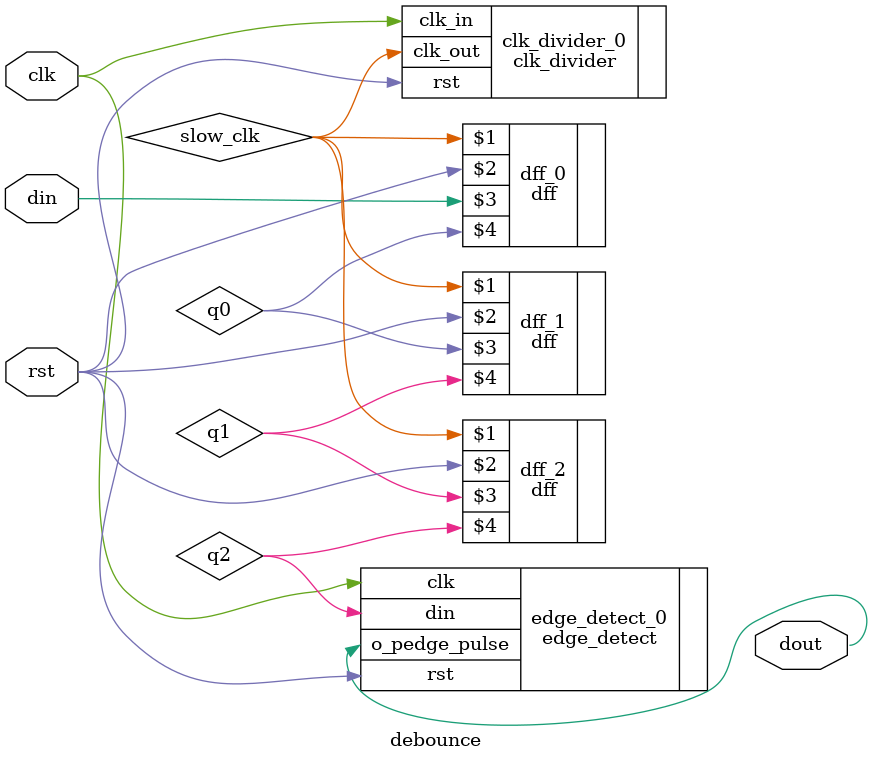
<source format=sv>
`include "../clk_divider/clk_divider.sv"
`include "../dff/dff.sv"
`include "../edge_detect/edge_detect.sv"
module debounce (
    input clk,
    input rst,
    input din,
    output dout
);

// Make this a lower value for simulation so you can actually see something in the waves.
parameter DIV = 31_250_000;

logic slow_clk; // 4MHz clock
clk_divider #(
    .DIV(DIV)
) clk_divider_0 (
    .clk_in(clk),
    .clk_out(slow_clk),
    .rst(rst)
);

logic q0, q1, q2;
dff dff_0 (slow_clk, rst, din, q0);
dff dff_1 (slow_clk, rst,  q0, q1);
dff dff_2 (slow_clk, rst,  q1, q2);

edge_detect edge_detect_0 (
    .clk(clk),
    .rst(rst),
    .din(q2),
    .o_pedge_pulse(dout)
);

endmodule
</source>
